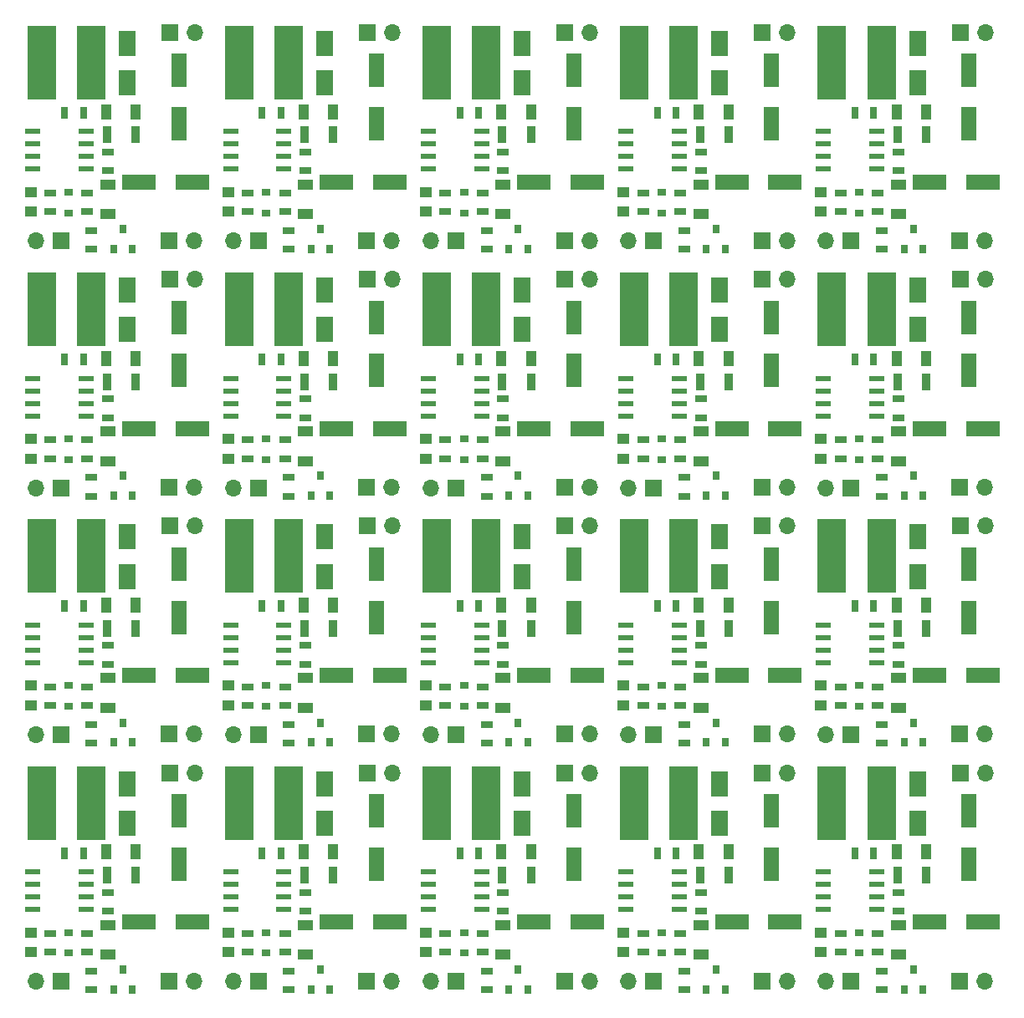
<source format=gts>
G04 #@! TF.FileFunction,Soldermask,Top*
%FSLAX46Y46*%
G04 Gerber Fmt 4.6, Leading zero omitted, Abs format (unit mm)*
G04 Created by KiCad (PCBNEW 4.0.2-stable) date 12/4/2017 4:33:56 PM*
%MOMM*%
G01*
G04 APERTURE LIST*
%ADD10C,0.100000*%
%ADD11R,1.300000X0.700000*%
%ADD12R,1.550000X0.600000*%
%ADD13R,0.700000X1.300000*%
%ADD14R,3.000000X7.500000*%
%ADD15R,1.600000X3.500000*%
%ADD16R,1.700000X1.700000*%
%ADD17O,1.700000X1.700000*%
%ADD18R,1.800000X2.500000*%
%ADD19R,1.000000X1.600000*%
%ADD20R,0.900000X1.700000*%
%ADD21R,3.500000X1.600000*%
%ADD22R,1.600000X1.000000*%
%ADD23R,0.800000X0.900000*%
%ADD24R,0.900000X0.800000*%
%ADD25R,1.250000X1.000000*%
G04 APERTURE END LIST*
D10*
D11*
X159220000Y-129061200D03*
X159220000Y-130961200D03*
D12*
X151643200Y-126988600D03*
X151643200Y-128258600D03*
X151643200Y-129528600D03*
X151643200Y-130798600D03*
X157043200Y-130798600D03*
X157043200Y-129528600D03*
X157043200Y-128258600D03*
X157043200Y-126988600D03*
D13*
X154830800Y-125083600D03*
X156730800Y-125083600D03*
D14*
X157500000Y-120000000D03*
X152500000Y-120000000D03*
D15*
X166382800Y-120816400D03*
X166382800Y-126216400D03*
D16*
X165468400Y-116955600D03*
D17*
X168008400Y-116955600D03*
D18*
X161150400Y-122054400D03*
X161150400Y-118054400D03*
D19*
X159040800Y-124982000D03*
X162040800Y-124982000D03*
D20*
X162041600Y-127318800D03*
X159141600Y-127318800D03*
D21*
X162362000Y-132094000D03*
X167762000Y-132094000D03*
D22*
X159220000Y-135372000D03*
X159220000Y-132372000D03*
D11*
X157137200Y-133226800D03*
X157137200Y-135126800D03*
X157543600Y-137036800D03*
X157543600Y-138936800D03*
D16*
X165417600Y-138037600D03*
D17*
X167957600Y-138037600D03*
D23*
X159794000Y-138885200D03*
X161694000Y-138885200D03*
X160744000Y-136885200D03*
D16*
X145417600Y-138037600D03*
D17*
X147957600Y-138037600D03*
D16*
X154444800Y-138088400D03*
D17*
X151904800Y-138088400D03*
D21*
X142362000Y-132094000D03*
X147762000Y-132094000D03*
D11*
X153378000Y-133226800D03*
X153378000Y-135126800D03*
D24*
X155257600Y-133126800D03*
X155257600Y-135226800D03*
D25*
X151396800Y-133126000D03*
X151396800Y-135126000D03*
D23*
X139794000Y-138885200D03*
X141694000Y-138885200D03*
X140744000Y-136885200D03*
D20*
X142041600Y-127318800D03*
X139141600Y-127318800D03*
D18*
X141150400Y-122054400D03*
X141150400Y-118054400D03*
D16*
X145468400Y-116955600D03*
D17*
X148008400Y-116955600D03*
D15*
X146382800Y-120816400D03*
X146382800Y-126216400D03*
D19*
X139040800Y-124982000D03*
X142040800Y-124982000D03*
D15*
X106382800Y-120816400D03*
X106382800Y-126216400D03*
D16*
X105468400Y-116955600D03*
D17*
X108008400Y-116955600D03*
D19*
X99040800Y-124982000D03*
X102040800Y-124982000D03*
D18*
X101150400Y-122054400D03*
X101150400Y-118054400D03*
X81150400Y-122054400D03*
X81150400Y-118054400D03*
D14*
X77500000Y-120000000D03*
X72500000Y-120000000D03*
D13*
X74830800Y-125083600D03*
X76730800Y-125083600D03*
D20*
X82041600Y-127318800D03*
X79141600Y-127318800D03*
D19*
X79040800Y-124982000D03*
X82040800Y-124982000D03*
D11*
X79220000Y-129061200D03*
X79220000Y-130961200D03*
D12*
X71643200Y-126988600D03*
X71643200Y-128258600D03*
X71643200Y-129528600D03*
X71643200Y-130798600D03*
X77043200Y-130798600D03*
X77043200Y-129528600D03*
X77043200Y-128258600D03*
X77043200Y-126988600D03*
D22*
X79220000Y-135372000D03*
X79220000Y-132372000D03*
D16*
X85417600Y-138037600D03*
D17*
X87957600Y-138037600D03*
D11*
X93378000Y-133226800D03*
X93378000Y-135126800D03*
D24*
X95257600Y-133126800D03*
X95257600Y-135226800D03*
D16*
X94444800Y-138088400D03*
D17*
X91904800Y-138088400D03*
D25*
X91396800Y-133126000D03*
X91396800Y-135126000D03*
D21*
X82362000Y-132094000D03*
X87762000Y-132094000D03*
D23*
X79794000Y-138885200D03*
X81694000Y-138885200D03*
X80744000Y-136885200D03*
D11*
X97137200Y-133226800D03*
X97137200Y-135126800D03*
X99220000Y-129061200D03*
X99220000Y-130961200D03*
X97543600Y-137036800D03*
X97543600Y-138936800D03*
D22*
X99220000Y-135372000D03*
X99220000Y-132372000D03*
D23*
X99794000Y-138885200D03*
X101694000Y-138885200D03*
X100744000Y-136885200D03*
D21*
X102362000Y-132094000D03*
X107762000Y-132094000D03*
D16*
X105417600Y-138037600D03*
D17*
X107957600Y-138037600D03*
D20*
X102041600Y-127318800D03*
X99141600Y-127318800D03*
D16*
X85468400Y-116955600D03*
D17*
X88008400Y-116955600D03*
D13*
X94830800Y-125083600D03*
X96730800Y-125083600D03*
D14*
X97500000Y-120000000D03*
X92500000Y-120000000D03*
D12*
X91643200Y-126988600D03*
X91643200Y-128258600D03*
X91643200Y-129528600D03*
X91643200Y-130798600D03*
X97043200Y-130798600D03*
X97043200Y-129528600D03*
X97043200Y-128258600D03*
X97043200Y-126988600D03*
D15*
X86382800Y-120816400D03*
X86382800Y-126216400D03*
D11*
X77137200Y-133226800D03*
X77137200Y-135126800D03*
X77543600Y-137036800D03*
X77543600Y-138936800D03*
D24*
X75257600Y-133126800D03*
X75257600Y-135226800D03*
D11*
X73378000Y-133226800D03*
X73378000Y-135126800D03*
D25*
X71396800Y-133126000D03*
X71396800Y-135126000D03*
D16*
X74444800Y-138088400D03*
D17*
X71904800Y-138088400D03*
D11*
X133378000Y-133226800D03*
X133378000Y-135126800D03*
D22*
X139220000Y-135372000D03*
X139220000Y-132372000D03*
D11*
X139220000Y-129061200D03*
X139220000Y-130961200D03*
D12*
X131643200Y-126988600D03*
X131643200Y-128258600D03*
X131643200Y-129528600D03*
X131643200Y-130798600D03*
X137043200Y-130798600D03*
X137043200Y-129528600D03*
X137043200Y-128258600D03*
X137043200Y-126988600D03*
D13*
X134830800Y-125083600D03*
X136730800Y-125083600D03*
D14*
X137500000Y-120000000D03*
X132500000Y-120000000D03*
D16*
X125468400Y-116955600D03*
D17*
X128008400Y-116955600D03*
D20*
X122041600Y-127318800D03*
X119141600Y-127318800D03*
D19*
X119040800Y-124982000D03*
X122040800Y-124982000D03*
D15*
X126382800Y-120816400D03*
X126382800Y-126216400D03*
D18*
X121150400Y-122054400D03*
X121150400Y-118054400D03*
D11*
X119220000Y-129061200D03*
X119220000Y-130961200D03*
D12*
X111643200Y-126988600D03*
X111643200Y-128258600D03*
X111643200Y-129528600D03*
X111643200Y-130798600D03*
X117043200Y-130798600D03*
X117043200Y-129528600D03*
X117043200Y-128258600D03*
X117043200Y-126988600D03*
D13*
X114830800Y-125083600D03*
X116730800Y-125083600D03*
D14*
X117500000Y-120000000D03*
X112500000Y-120000000D03*
D23*
X119794000Y-138885200D03*
X121694000Y-138885200D03*
X120744000Y-136885200D03*
D21*
X122362000Y-132094000D03*
X127762000Y-132094000D03*
D16*
X125417600Y-138037600D03*
D17*
X127957600Y-138037600D03*
D22*
X119220000Y-135372000D03*
X119220000Y-132372000D03*
D16*
X114444800Y-138088400D03*
D17*
X111904800Y-138088400D03*
D25*
X111396800Y-133126000D03*
X111396800Y-135126000D03*
D11*
X113378000Y-133226800D03*
X113378000Y-135126800D03*
D24*
X115257600Y-133126800D03*
X115257600Y-135226800D03*
D11*
X117543600Y-137036800D03*
X117543600Y-138936800D03*
X117137200Y-133226800D03*
X117137200Y-135126800D03*
D24*
X135257600Y-133126800D03*
X135257600Y-135226800D03*
D11*
X137137200Y-133226800D03*
X137137200Y-135126800D03*
D16*
X134444800Y-138088400D03*
D17*
X131904800Y-138088400D03*
D11*
X137543600Y-137036800D03*
X137543600Y-138936800D03*
D25*
X131396800Y-133126000D03*
X131396800Y-135126000D03*
D11*
X159220000Y-104061200D03*
X159220000Y-105961200D03*
D12*
X151643200Y-101988600D03*
X151643200Y-103258600D03*
X151643200Y-104528600D03*
X151643200Y-105798600D03*
X157043200Y-105798600D03*
X157043200Y-104528600D03*
X157043200Y-103258600D03*
X157043200Y-101988600D03*
D13*
X154830800Y-100083600D03*
X156730800Y-100083600D03*
D14*
X157500000Y-95000000D03*
X152500000Y-95000000D03*
D15*
X166382800Y-95816400D03*
X166382800Y-101216400D03*
D16*
X165468400Y-91955600D03*
D17*
X168008400Y-91955600D03*
D18*
X161150400Y-97054400D03*
X161150400Y-93054400D03*
D19*
X159040800Y-99982000D03*
X162040800Y-99982000D03*
D20*
X162041600Y-102318800D03*
X159141600Y-102318800D03*
D21*
X162362000Y-107094000D03*
X167762000Y-107094000D03*
D22*
X159220000Y-110372000D03*
X159220000Y-107372000D03*
D11*
X157137200Y-108226800D03*
X157137200Y-110126800D03*
X157543600Y-112036800D03*
X157543600Y-113936800D03*
D16*
X165417600Y-113037600D03*
D17*
X167957600Y-113037600D03*
D23*
X159794000Y-113885200D03*
X161694000Y-113885200D03*
X160744000Y-111885200D03*
D16*
X145417600Y-113037600D03*
D17*
X147957600Y-113037600D03*
D16*
X154444800Y-113088400D03*
D17*
X151904800Y-113088400D03*
D21*
X142362000Y-107094000D03*
X147762000Y-107094000D03*
D11*
X153378000Y-108226800D03*
X153378000Y-110126800D03*
D24*
X155257600Y-108126800D03*
X155257600Y-110226800D03*
D25*
X151396800Y-108126000D03*
X151396800Y-110126000D03*
D23*
X139794000Y-113885200D03*
X141694000Y-113885200D03*
X140744000Y-111885200D03*
D20*
X142041600Y-102318800D03*
X139141600Y-102318800D03*
D18*
X141150400Y-97054400D03*
X141150400Y-93054400D03*
D16*
X145468400Y-91955600D03*
D17*
X148008400Y-91955600D03*
D15*
X146382800Y-95816400D03*
X146382800Y-101216400D03*
D19*
X139040800Y-99982000D03*
X142040800Y-99982000D03*
D15*
X106382800Y-95816400D03*
X106382800Y-101216400D03*
D16*
X105468400Y-91955600D03*
D17*
X108008400Y-91955600D03*
D19*
X99040800Y-99982000D03*
X102040800Y-99982000D03*
D18*
X101150400Y-97054400D03*
X101150400Y-93054400D03*
X81150400Y-97054400D03*
X81150400Y-93054400D03*
D14*
X77500000Y-95000000D03*
X72500000Y-95000000D03*
D13*
X74830800Y-100083600D03*
X76730800Y-100083600D03*
D20*
X82041600Y-102318800D03*
X79141600Y-102318800D03*
D19*
X79040800Y-99982000D03*
X82040800Y-99982000D03*
D11*
X79220000Y-104061200D03*
X79220000Y-105961200D03*
D12*
X71643200Y-101988600D03*
X71643200Y-103258600D03*
X71643200Y-104528600D03*
X71643200Y-105798600D03*
X77043200Y-105798600D03*
X77043200Y-104528600D03*
X77043200Y-103258600D03*
X77043200Y-101988600D03*
D22*
X79220000Y-110372000D03*
X79220000Y-107372000D03*
D16*
X85417600Y-113037600D03*
D17*
X87957600Y-113037600D03*
D11*
X93378000Y-108226800D03*
X93378000Y-110126800D03*
D24*
X95257600Y-108126800D03*
X95257600Y-110226800D03*
D16*
X94444800Y-113088400D03*
D17*
X91904800Y-113088400D03*
D25*
X91396800Y-108126000D03*
X91396800Y-110126000D03*
D21*
X82362000Y-107094000D03*
X87762000Y-107094000D03*
D23*
X79794000Y-113885200D03*
X81694000Y-113885200D03*
X80744000Y-111885200D03*
D11*
X97137200Y-108226800D03*
X97137200Y-110126800D03*
X99220000Y-104061200D03*
X99220000Y-105961200D03*
X97543600Y-112036800D03*
X97543600Y-113936800D03*
D22*
X99220000Y-110372000D03*
X99220000Y-107372000D03*
D23*
X99794000Y-113885200D03*
X101694000Y-113885200D03*
X100744000Y-111885200D03*
D21*
X102362000Y-107094000D03*
X107762000Y-107094000D03*
D16*
X105417600Y-113037600D03*
D17*
X107957600Y-113037600D03*
D20*
X102041600Y-102318800D03*
X99141600Y-102318800D03*
D16*
X85468400Y-91955600D03*
D17*
X88008400Y-91955600D03*
D13*
X94830800Y-100083600D03*
X96730800Y-100083600D03*
D14*
X97500000Y-95000000D03*
X92500000Y-95000000D03*
D12*
X91643200Y-101988600D03*
X91643200Y-103258600D03*
X91643200Y-104528600D03*
X91643200Y-105798600D03*
X97043200Y-105798600D03*
X97043200Y-104528600D03*
X97043200Y-103258600D03*
X97043200Y-101988600D03*
D15*
X86382800Y-95816400D03*
X86382800Y-101216400D03*
D11*
X77137200Y-108226800D03*
X77137200Y-110126800D03*
X77543600Y-112036800D03*
X77543600Y-113936800D03*
D24*
X75257600Y-108126800D03*
X75257600Y-110226800D03*
D11*
X73378000Y-108226800D03*
X73378000Y-110126800D03*
D25*
X71396800Y-108126000D03*
X71396800Y-110126000D03*
D16*
X74444800Y-113088400D03*
D17*
X71904800Y-113088400D03*
D11*
X133378000Y-108226800D03*
X133378000Y-110126800D03*
D22*
X139220000Y-110372000D03*
X139220000Y-107372000D03*
D11*
X139220000Y-104061200D03*
X139220000Y-105961200D03*
D12*
X131643200Y-101988600D03*
X131643200Y-103258600D03*
X131643200Y-104528600D03*
X131643200Y-105798600D03*
X137043200Y-105798600D03*
X137043200Y-104528600D03*
X137043200Y-103258600D03*
X137043200Y-101988600D03*
D13*
X134830800Y-100083600D03*
X136730800Y-100083600D03*
D14*
X137500000Y-95000000D03*
X132500000Y-95000000D03*
D16*
X125468400Y-91955600D03*
D17*
X128008400Y-91955600D03*
D20*
X122041600Y-102318800D03*
X119141600Y-102318800D03*
D19*
X119040800Y-99982000D03*
X122040800Y-99982000D03*
D15*
X126382800Y-95816400D03*
X126382800Y-101216400D03*
D18*
X121150400Y-97054400D03*
X121150400Y-93054400D03*
D11*
X119220000Y-104061200D03*
X119220000Y-105961200D03*
D12*
X111643200Y-101988600D03*
X111643200Y-103258600D03*
X111643200Y-104528600D03*
X111643200Y-105798600D03*
X117043200Y-105798600D03*
X117043200Y-104528600D03*
X117043200Y-103258600D03*
X117043200Y-101988600D03*
D13*
X114830800Y-100083600D03*
X116730800Y-100083600D03*
D14*
X117500000Y-95000000D03*
X112500000Y-95000000D03*
D23*
X119794000Y-113885200D03*
X121694000Y-113885200D03*
X120744000Y-111885200D03*
D21*
X122362000Y-107094000D03*
X127762000Y-107094000D03*
D16*
X125417600Y-113037600D03*
D17*
X127957600Y-113037600D03*
D22*
X119220000Y-110372000D03*
X119220000Y-107372000D03*
D16*
X114444800Y-113088400D03*
D17*
X111904800Y-113088400D03*
D25*
X111396800Y-108126000D03*
X111396800Y-110126000D03*
D11*
X113378000Y-108226800D03*
X113378000Y-110126800D03*
D24*
X115257600Y-108126800D03*
X115257600Y-110226800D03*
D11*
X117543600Y-112036800D03*
X117543600Y-113936800D03*
X117137200Y-108226800D03*
X117137200Y-110126800D03*
D24*
X135257600Y-108126800D03*
X135257600Y-110226800D03*
D11*
X137137200Y-108226800D03*
X137137200Y-110126800D03*
D16*
X134444800Y-113088400D03*
D17*
X131904800Y-113088400D03*
D11*
X137543600Y-112036800D03*
X137543600Y-113936800D03*
D25*
X131396800Y-108126000D03*
X131396800Y-110126000D03*
D11*
X159220000Y-79061200D03*
X159220000Y-80961200D03*
D12*
X151643200Y-76988600D03*
X151643200Y-78258600D03*
X151643200Y-79528600D03*
X151643200Y-80798600D03*
X157043200Y-80798600D03*
X157043200Y-79528600D03*
X157043200Y-78258600D03*
X157043200Y-76988600D03*
D13*
X154830800Y-75083600D03*
X156730800Y-75083600D03*
D14*
X157500000Y-70000000D03*
X152500000Y-70000000D03*
D15*
X166382800Y-70816400D03*
X166382800Y-76216400D03*
D16*
X165468400Y-66955600D03*
D17*
X168008400Y-66955600D03*
D18*
X161150400Y-72054400D03*
X161150400Y-68054400D03*
D19*
X159040800Y-74982000D03*
X162040800Y-74982000D03*
D20*
X162041600Y-77318800D03*
X159141600Y-77318800D03*
D21*
X162362000Y-82094000D03*
X167762000Y-82094000D03*
D22*
X159220000Y-85372000D03*
X159220000Y-82372000D03*
D11*
X157137200Y-83226800D03*
X157137200Y-85126800D03*
X157543600Y-87036800D03*
X157543600Y-88936800D03*
D16*
X165417600Y-88037600D03*
D17*
X167957600Y-88037600D03*
D23*
X159794000Y-88885200D03*
X161694000Y-88885200D03*
X160744000Y-86885200D03*
D16*
X145417600Y-88037600D03*
D17*
X147957600Y-88037600D03*
D16*
X154444800Y-88088400D03*
D17*
X151904800Y-88088400D03*
D21*
X142362000Y-82094000D03*
X147762000Y-82094000D03*
D11*
X153378000Y-83226800D03*
X153378000Y-85126800D03*
D24*
X155257600Y-83126800D03*
X155257600Y-85226800D03*
D25*
X151396800Y-83126000D03*
X151396800Y-85126000D03*
D23*
X139794000Y-88885200D03*
X141694000Y-88885200D03*
X140744000Y-86885200D03*
D20*
X142041600Y-77318800D03*
X139141600Y-77318800D03*
D18*
X141150400Y-72054400D03*
X141150400Y-68054400D03*
D16*
X145468400Y-66955600D03*
D17*
X148008400Y-66955600D03*
D15*
X146382800Y-70816400D03*
X146382800Y-76216400D03*
D19*
X139040800Y-74982000D03*
X142040800Y-74982000D03*
D15*
X106382800Y-70816400D03*
X106382800Y-76216400D03*
D16*
X105468400Y-66955600D03*
D17*
X108008400Y-66955600D03*
D19*
X99040800Y-74982000D03*
X102040800Y-74982000D03*
D18*
X101150400Y-72054400D03*
X101150400Y-68054400D03*
X81150400Y-72054400D03*
X81150400Y-68054400D03*
D14*
X77500000Y-70000000D03*
X72500000Y-70000000D03*
D13*
X74830800Y-75083600D03*
X76730800Y-75083600D03*
D20*
X82041600Y-77318800D03*
X79141600Y-77318800D03*
D19*
X79040800Y-74982000D03*
X82040800Y-74982000D03*
D11*
X79220000Y-79061200D03*
X79220000Y-80961200D03*
D12*
X71643200Y-76988600D03*
X71643200Y-78258600D03*
X71643200Y-79528600D03*
X71643200Y-80798600D03*
X77043200Y-80798600D03*
X77043200Y-79528600D03*
X77043200Y-78258600D03*
X77043200Y-76988600D03*
D22*
X79220000Y-85372000D03*
X79220000Y-82372000D03*
D16*
X85417600Y-88037600D03*
D17*
X87957600Y-88037600D03*
D11*
X93378000Y-83226800D03*
X93378000Y-85126800D03*
D24*
X95257600Y-83126800D03*
X95257600Y-85226800D03*
D16*
X94444800Y-88088400D03*
D17*
X91904800Y-88088400D03*
D25*
X91396800Y-83126000D03*
X91396800Y-85126000D03*
D21*
X82362000Y-82094000D03*
X87762000Y-82094000D03*
D23*
X79794000Y-88885200D03*
X81694000Y-88885200D03*
X80744000Y-86885200D03*
D11*
X97137200Y-83226800D03*
X97137200Y-85126800D03*
X99220000Y-79061200D03*
X99220000Y-80961200D03*
X97543600Y-87036800D03*
X97543600Y-88936800D03*
D22*
X99220000Y-85372000D03*
X99220000Y-82372000D03*
D23*
X99794000Y-88885200D03*
X101694000Y-88885200D03*
X100744000Y-86885200D03*
D21*
X102362000Y-82094000D03*
X107762000Y-82094000D03*
D16*
X105417600Y-88037600D03*
D17*
X107957600Y-88037600D03*
D20*
X102041600Y-77318800D03*
X99141600Y-77318800D03*
D16*
X85468400Y-66955600D03*
D17*
X88008400Y-66955600D03*
D13*
X94830800Y-75083600D03*
X96730800Y-75083600D03*
D14*
X97500000Y-70000000D03*
X92500000Y-70000000D03*
D12*
X91643200Y-76988600D03*
X91643200Y-78258600D03*
X91643200Y-79528600D03*
X91643200Y-80798600D03*
X97043200Y-80798600D03*
X97043200Y-79528600D03*
X97043200Y-78258600D03*
X97043200Y-76988600D03*
D15*
X86382800Y-70816400D03*
X86382800Y-76216400D03*
D11*
X77137200Y-83226800D03*
X77137200Y-85126800D03*
X77543600Y-87036800D03*
X77543600Y-88936800D03*
D24*
X75257600Y-83126800D03*
X75257600Y-85226800D03*
D11*
X73378000Y-83226800D03*
X73378000Y-85126800D03*
D25*
X71396800Y-83126000D03*
X71396800Y-85126000D03*
D16*
X74444800Y-88088400D03*
D17*
X71904800Y-88088400D03*
D11*
X133378000Y-83226800D03*
X133378000Y-85126800D03*
D22*
X139220000Y-85372000D03*
X139220000Y-82372000D03*
D11*
X139220000Y-79061200D03*
X139220000Y-80961200D03*
D12*
X131643200Y-76988600D03*
X131643200Y-78258600D03*
X131643200Y-79528600D03*
X131643200Y-80798600D03*
X137043200Y-80798600D03*
X137043200Y-79528600D03*
X137043200Y-78258600D03*
X137043200Y-76988600D03*
D13*
X134830800Y-75083600D03*
X136730800Y-75083600D03*
D14*
X137500000Y-70000000D03*
X132500000Y-70000000D03*
D16*
X125468400Y-66955600D03*
D17*
X128008400Y-66955600D03*
D20*
X122041600Y-77318800D03*
X119141600Y-77318800D03*
D19*
X119040800Y-74982000D03*
X122040800Y-74982000D03*
D15*
X126382800Y-70816400D03*
X126382800Y-76216400D03*
D18*
X121150400Y-72054400D03*
X121150400Y-68054400D03*
D11*
X119220000Y-79061200D03*
X119220000Y-80961200D03*
D12*
X111643200Y-76988600D03*
X111643200Y-78258600D03*
X111643200Y-79528600D03*
X111643200Y-80798600D03*
X117043200Y-80798600D03*
X117043200Y-79528600D03*
X117043200Y-78258600D03*
X117043200Y-76988600D03*
D13*
X114830800Y-75083600D03*
X116730800Y-75083600D03*
D14*
X117500000Y-70000000D03*
X112500000Y-70000000D03*
D23*
X119794000Y-88885200D03*
X121694000Y-88885200D03*
X120744000Y-86885200D03*
D21*
X122362000Y-82094000D03*
X127762000Y-82094000D03*
D16*
X125417600Y-88037600D03*
D17*
X127957600Y-88037600D03*
D22*
X119220000Y-85372000D03*
X119220000Y-82372000D03*
D16*
X114444800Y-88088400D03*
D17*
X111904800Y-88088400D03*
D25*
X111396800Y-83126000D03*
X111396800Y-85126000D03*
D11*
X113378000Y-83226800D03*
X113378000Y-85126800D03*
D24*
X115257600Y-83126800D03*
X115257600Y-85226800D03*
D11*
X117543600Y-87036800D03*
X117543600Y-88936800D03*
X117137200Y-83226800D03*
X117137200Y-85126800D03*
D24*
X135257600Y-83126800D03*
X135257600Y-85226800D03*
D11*
X137137200Y-83226800D03*
X137137200Y-85126800D03*
D16*
X134444800Y-88088400D03*
D17*
X131904800Y-88088400D03*
D11*
X137543600Y-87036800D03*
X137543600Y-88936800D03*
D25*
X131396800Y-83126000D03*
X131396800Y-85126000D03*
D16*
X165417600Y-63037600D03*
D17*
X167957600Y-63037600D03*
D21*
X162362000Y-57094000D03*
X167762000Y-57094000D03*
D20*
X162041600Y-52318800D03*
X159141600Y-52318800D03*
D19*
X159040800Y-49982000D03*
X162040800Y-49982000D03*
D11*
X157543600Y-62036800D03*
X157543600Y-63936800D03*
D23*
X159794000Y-63885200D03*
X161694000Y-63885200D03*
X160744000Y-61885200D03*
D11*
X157137200Y-58226800D03*
X157137200Y-60126800D03*
D22*
X159220000Y-60372000D03*
X159220000Y-57372000D03*
D16*
X154444800Y-63088400D03*
D17*
X151904800Y-63088400D03*
D18*
X161150400Y-47054400D03*
X161150400Y-43054400D03*
D16*
X165468400Y-41955600D03*
D17*
X168008400Y-41955600D03*
D14*
X157500000Y-45000000D03*
X152500000Y-45000000D03*
D15*
X166382800Y-45816400D03*
X166382800Y-51216400D03*
D13*
X154830800Y-50083600D03*
X156730800Y-50083600D03*
D12*
X151643200Y-51988600D03*
X151643200Y-53258600D03*
X151643200Y-54528600D03*
X151643200Y-55798600D03*
X157043200Y-55798600D03*
X157043200Y-54528600D03*
X157043200Y-53258600D03*
X157043200Y-51988600D03*
D24*
X155257600Y-58126800D03*
X155257600Y-60226800D03*
D11*
X159220000Y-54061200D03*
X159220000Y-55961200D03*
X153378000Y-58226800D03*
X153378000Y-60126800D03*
D25*
X151396800Y-58126000D03*
X151396800Y-60126000D03*
D16*
X145417600Y-63037600D03*
D17*
X147957600Y-63037600D03*
D21*
X142362000Y-57094000D03*
X147762000Y-57094000D03*
D20*
X142041600Y-52318800D03*
X139141600Y-52318800D03*
D19*
X139040800Y-49982000D03*
X142040800Y-49982000D03*
D11*
X137543600Y-62036800D03*
X137543600Y-63936800D03*
D23*
X139794000Y-63885200D03*
X141694000Y-63885200D03*
X140744000Y-61885200D03*
D11*
X137137200Y-58226800D03*
X137137200Y-60126800D03*
D22*
X139220000Y-60372000D03*
X139220000Y-57372000D03*
D16*
X134444800Y-63088400D03*
D17*
X131904800Y-63088400D03*
D18*
X141150400Y-47054400D03*
X141150400Y-43054400D03*
D16*
X145468400Y-41955600D03*
D17*
X148008400Y-41955600D03*
D14*
X137500000Y-45000000D03*
X132500000Y-45000000D03*
D15*
X146382800Y-45816400D03*
X146382800Y-51216400D03*
D13*
X134830800Y-50083600D03*
X136730800Y-50083600D03*
D12*
X131643200Y-51988600D03*
X131643200Y-53258600D03*
X131643200Y-54528600D03*
X131643200Y-55798600D03*
X137043200Y-55798600D03*
X137043200Y-54528600D03*
X137043200Y-53258600D03*
X137043200Y-51988600D03*
D24*
X135257600Y-58126800D03*
X135257600Y-60226800D03*
D11*
X139220000Y-54061200D03*
X139220000Y-55961200D03*
X133378000Y-58226800D03*
X133378000Y-60126800D03*
D25*
X131396800Y-58126000D03*
X131396800Y-60126000D03*
D16*
X125417600Y-63037600D03*
D17*
X127957600Y-63037600D03*
D21*
X122362000Y-57094000D03*
X127762000Y-57094000D03*
D20*
X122041600Y-52318800D03*
X119141600Y-52318800D03*
D19*
X119040800Y-49982000D03*
X122040800Y-49982000D03*
D11*
X117543600Y-62036800D03*
X117543600Y-63936800D03*
D23*
X119794000Y-63885200D03*
X121694000Y-63885200D03*
X120744000Y-61885200D03*
D11*
X117137200Y-58226800D03*
X117137200Y-60126800D03*
D22*
X119220000Y-60372000D03*
X119220000Y-57372000D03*
D16*
X114444800Y-63088400D03*
D17*
X111904800Y-63088400D03*
D18*
X121150400Y-47054400D03*
X121150400Y-43054400D03*
D16*
X125468400Y-41955600D03*
D17*
X128008400Y-41955600D03*
D14*
X117500000Y-45000000D03*
X112500000Y-45000000D03*
D15*
X126382800Y-45816400D03*
X126382800Y-51216400D03*
D13*
X114830800Y-50083600D03*
X116730800Y-50083600D03*
D12*
X111643200Y-51988600D03*
X111643200Y-53258600D03*
X111643200Y-54528600D03*
X111643200Y-55798600D03*
X117043200Y-55798600D03*
X117043200Y-54528600D03*
X117043200Y-53258600D03*
X117043200Y-51988600D03*
D24*
X115257600Y-58126800D03*
X115257600Y-60226800D03*
D11*
X119220000Y-54061200D03*
X119220000Y-55961200D03*
X113378000Y-58226800D03*
X113378000Y-60126800D03*
D25*
X111396800Y-58126000D03*
X111396800Y-60126000D03*
D16*
X105417600Y-63037600D03*
D17*
X107957600Y-63037600D03*
D21*
X102362000Y-57094000D03*
X107762000Y-57094000D03*
D20*
X102041600Y-52318800D03*
X99141600Y-52318800D03*
D19*
X99040800Y-49982000D03*
X102040800Y-49982000D03*
D11*
X97543600Y-62036800D03*
X97543600Y-63936800D03*
D23*
X99794000Y-63885200D03*
X101694000Y-63885200D03*
X100744000Y-61885200D03*
D11*
X97137200Y-58226800D03*
X97137200Y-60126800D03*
D22*
X99220000Y-60372000D03*
X99220000Y-57372000D03*
D16*
X94444800Y-63088400D03*
D17*
X91904800Y-63088400D03*
D18*
X101150400Y-47054400D03*
X101150400Y-43054400D03*
D16*
X105468400Y-41955600D03*
D17*
X108008400Y-41955600D03*
D14*
X97500000Y-45000000D03*
X92500000Y-45000000D03*
D15*
X106382800Y-45816400D03*
X106382800Y-51216400D03*
D13*
X94830800Y-50083600D03*
X96730800Y-50083600D03*
D12*
X91643200Y-51988600D03*
X91643200Y-53258600D03*
X91643200Y-54528600D03*
X91643200Y-55798600D03*
X97043200Y-55798600D03*
X97043200Y-54528600D03*
X97043200Y-53258600D03*
X97043200Y-51988600D03*
D24*
X95257600Y-58126800D03*
X95257600Y-60226800D03*
D11*
X99220000Y-54061200D03*
X99220000Y-55961200D03*
X93378000Y-58226800D03*
X93378000Y-60126800D03*
D25*
X91396800Y-58126000D03*
X91396800Y-60126000D03*
X71396800Y-58126000D03*
X71396800Y-60126000D03*
D21*
X82362000Y-57094000D03*
X87762000Y-57094000D03*
D15*
X86382800Y-45816400D03*
X86382800Y-51216400D03*
D19*
X79040800Y-49982000D03*
X82040800Y-49982000D03*
D22*
X79220000Y-60372000D03*
X79220000Y-57372000D03*
D24*
X75257600Y-58126800D03*
X75257600Y-60226800D03*
D14*
X77500000Y-45000000D03*
X72500000Y-45000000D03*
D16*
X85417600Y-63037600D03*
D17*
X87957600Y-63037600D03*
D16*
X74444800Y-63088400D03*
D17*
X71904800Y-63088400D03*
D16*
X85468400Y-41955600D03*
D17*
X88008400Y-41955600D03*
D23*
X79794000Y-63885200D03*
X81694000Y-63885200D03*
X80744000Y-61885200D03*
D13*
X74830800Y-50083600D03*
X76730800Y-50083600D03*
D20*
X82041600Y-52318800D03*
X79141600Y-52318800D03*
D11*
X79220000Y-54061200D03*
X79220000Y-55961200D03*
X73378000Y-58226800D03*
X73378000Y-60126800D03*
X77137200Y-58226800D03*
X77137200Y-60126800D03*
X77543600Y-62036800D03*
X77543600Y-63936800D03*
D12*
X71643200Y-51988600D03*
X71643200Y-53258600D03*
X71643200Y-54528600D03*
X71643200Y-55798600D03*
X77043200Y-55798600D03*
X77043200Y-54528600D03*
X77043200Y-53258600D03*
X77043200Y-51988600D03*
D18*
X81150400Y-47054400D03*
X81150400Y-43054400D03*
M02*

</source>
